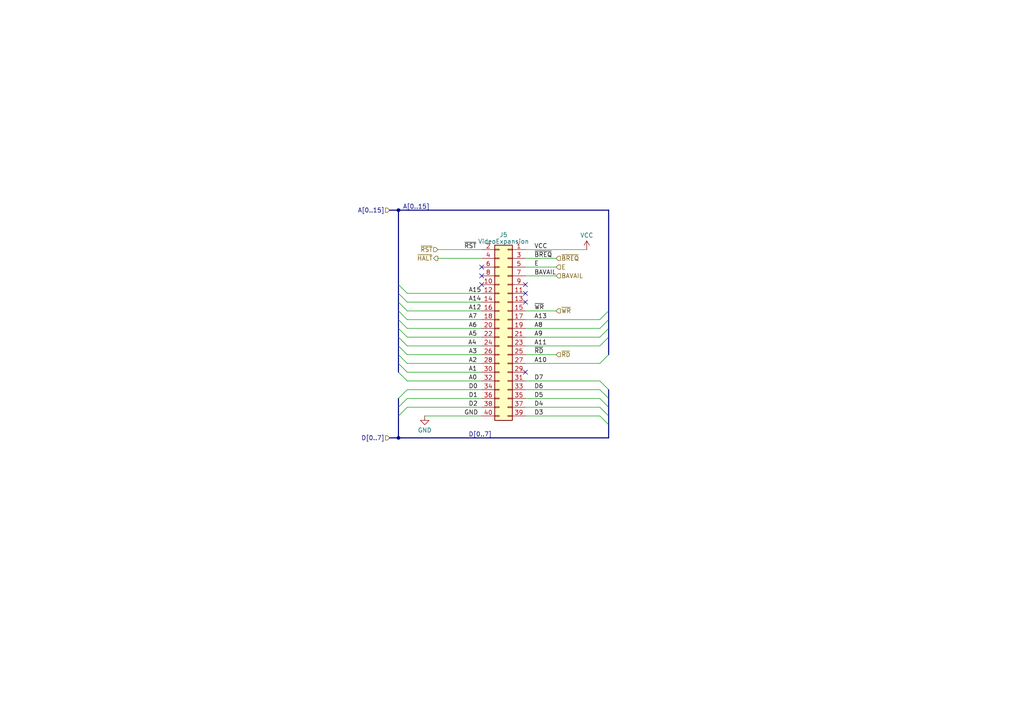
<source format=kicad_sch>
(kicad_sch
	(version 20231120)
	(generator "eeschema")
	(generator_version "8.0")
	(uuid "2aeb2137-c462-442f-a7cb-d17ec5c93516")
	(paper "A4")
	(lib_symbols
		(symbol "Connector_Generic:Conn_02x20_Odd_Even"
			(pin_names
				(offset 1.016) hide)
			(exclude_from_sim no)
			(in_bom yes)
			(on_board yes)
			(property "Reference" "J"
				(at 1.27 25.4 0)
				(effects
					(font
						(size 1.27 1.27)
					)
				)
			)
			(property "Value" "Conn_02x20_Odd_Even"
				(at 1.27 -27.94 0)
				(effects
					(font
						(size 1.27 1.27)
					)
				)
			)
			(property "Footprint" ""
				(at 0 0 0)
				(effects
					(font
						(size 1.27 1.27)
					)
					(hide yes)
				)
			)
			(property "Datasheet" "~"
				(at 0 0 0)
				(effects
					(font
						(size 1.27 1.27)
					)
					(hide yes)
				)
			)
			(property "Description" "Generic connector, double row, 02x20, odd/even pin numbering scheme (row 1 odd numbers, row 2 even numbers), script generated (kicad-library-utils/schlib/autogen/connector/)"
				(at 0 0 0)
				(effects
					(font
						(size 1.27 1.27)
					)
					(hide yes)
				)
			)
			(property "ki_keywords" "connector"
				(at 0 0 0)
				(effects
					(font
						(size 1.27 1.27)
					)
					(hide yes)
				)
			)
			(property "ki_fp_filters" "Connector*:*_2x??_*"
				(at 0 0 0)
				(effects
					(font
						(size 1.27 1.27)
					)
					(hide yes)
				)
			)
			(symbol "Conn_02x20_Odd_Even_1_1"
				(rectangle
					(start -1.27 -25.273)
					(end 0 -25.527)
					(stroke
						(width 0.1524)
						(type default)
					)
					(fill
						(type none)
					)
				)
				(rectangle
					(start -1.27 -22.733)
					(end 0 -22.987)
					(stroke
						(width 0.1524)
						(type default)
					)
					(fill
						(type none)
					)
				)
				(rectangle
					(start -1.27 -20.193)
					(end 0 -20.447)
					(stroke
						(width 0.1524)
						(type default)
					)
					(fill
						(type none)
					)
				)
				(rectangle
					(start -1.27 -17.653)
					(end 0 -17.907)
					(stroke
						(width 0.1524)
						(type default)
					)
					(fill
						(type none)
					)
				)
				(rectangle
					(start -1.27 -15.113)
					(end 0 -15.367)
					(stroke
						(width 0.1524)
						(type default)
					)
					(fill
						(type none)
					)
				)
				(rectangle
					(start -1.27 -12.573)
					(end 0 -12.827)
					(stroke
						(width 0.1524)
						(type default)
					)
					(fill
						(type none)
					)
				)
				(rectangle
					(start -1.27 -10.033)
					(end 0 -10.287)
					(stroke
						(width 0.1524)
						(type default)
					)
					(fill
						(type none)
					)
				)
				(rectangle
					(start -1.27 -7.493)
					(end 0 -7.747)
					(stroke
						(width 0.1524)
						(type default)
					)
					(fill
						(type none)
					)
				)
				(rectangle
					(start -1.27 -4.953)
					(end 0 -5.207)
					(stroke
						(width 0.1524)
						(type default)
					)
					(fill
						(type none)
					)
				)
				(rectangle
					(start -1.27 -2.413)
					(end 0 -2.667)
					(stroke
						(width 0.1524)
						(type default)
					)
					(fill
						(type none)
					)
				)
				(rectangle
					(start -1.27 0.127)
					(end 0 -0.127)
					(stroke
						(width 0.1524)
						(type default)
					)
					(fill
						(type none)
					)
				)
				(rectangle
					(start -1.27 2.667)
					(end 0 2.413)
					(stroke
						(width 0.1524)
						(type default)
					)
					(fill
						(type none)
					)
				)
				(rectangle
					(start -1.27 5.207)
					(end 0 4.953)
					(stroke
						(width 0.1524)
						(type default)
					)
					(fill
						(type none)
					)
				)
				(rectangle
					(start -1.27 7.747)
					(end 0 7.493)
					(stroke
						(width 0.1524)
						(type default)
					)
					(fill
						(type none)
					)
				)
				(rectangle
					(start -1.27 10.287)
					(end 0 10.033)
					(stroke
						(width 0.1524)
						(type default)
					)
					(fill
						(type none)
					)
				)
				(rectangle
					(start -1.27 12.827)
					(end 0 12.573)
					(stroke
						(width 0.1524)
						(type default)
					)
					(fill
						(type none)
					)
				)
				(rectangle
					(start -1.27 15.367)
					(end 0 15.113)
					(stroke
						(width 0.1524)
						(type default)
					)
					(fill
						(type none)
					)
				)
				(rectangle
					(start -1.27 17.907)
					(end 0 17.653)
					(stroke
						(width 0.1524)
						(type default)
					)
					(fill
						(type none)
					)
				)
				(rectangle
					(start -1.27 20.447)
					(end 0 20.193)
					(stroke
						(width 0.1524)
						(type default)
					)
					(fill
						(type none)
					)
				)
				(rectangle
					(start -1.27 22.987)
					(end 0 22.733)
					(stroke
						(width 0.1524)
						(type default)
					)
					(fill
						(type none)
					)
				)
				(rectangle
					(start -1.27 24.13)
					(end 3.81 -26.67)
					(stroke
						(width 0.254)
						(type default)
					)
					(fill
						(type background)
					)
				)
				(rectangle
					(start 3.81 -25.273)
					(end 2.54 -25.527)
					(stroke
						(width 0.1524)
						(type default)
					)
					(fill
						(type none)
					)
				)
				(rectangle
					(start 3.81 -22.733)
					(end 2.54 -22.987)
					(stroke
						(width 0.1524)
						(type default)
					)
					(fill
						(type none)
					)
				)
				(rectangle
					(start 3.81 -20.193)
					(end 2.54 -20.447)
					(stroke
						(width 0.1524)
						(type default)
					)
					(fill
						(type none)
					)
				)
				(rectangle
					(start 3.81 -17.653)
					(end 2.54 -17.907)
					(stroke
						(width 0.1524)
						(type default)
					)
					(fill
						(type none)
					)
				)
				(rectangle
					(start 3.81 -15.113)
					(end 2.54 -15.367)
					(stroke
						(width 0.1524)
						(type default)
					)
					(fill
						(type none)
					)
				)
				(rectangle
					(start 3.81 -12.573)
					(end 2.54 -12.827)
					(stroke
						(width 0.1524)
						(type default)
					)
					(fill
						(type none)
					)
				)
				(rectangle
					(start 3.81 -10.033)
					(end 2.54 -10.287)
					(stroke
						(width 0.1524)
						(type default)
					)
					(fill
						(type none)
					)
				)
				(rectangle
					(start 3.81 -7.493)
					(end 2.54 -7.747)
					(stroke
						(width 0.1524)
						(type default)
					)
					(fill
						(type none)
					)
				)
				(rectangle
					(start 3.81 -4.953)
					(end 2.54 -5.207)
					(stroke
						(width 0.1524)
						(type default)
					)
					(fill
						(type none)
					)
				)
				(rectangle
					(start 3.81 -2.413)
					(end 2.54 -2.667)
					(stroke
						(width 0.1524)
						(type default)
					)
					(fill
						(type none)
					)
				)
				(rectangle
					(start 3.81 0.127)
					(end 2.54 -0.127)
					(stroke
						(width 0.1524)
						(type default)
					)
					(fill
						(type none)
					)
				)
				(rectangle
					(start 3.81 2.667)
					(end 2.54 2.413)
					(stroke
						(width 0.1524)
						(type default)
					)
					(fill
						(type none)
					)
				)
				(rectangle
					(start 3.81 5.207)
					(end 2.54 4.953)
					(stroke
						(width 0.1524)
						(type default)
					)
					(fill
						(type none)
					)
				)
				(rectangle
					(start 3.81 7.747)
					(end 2.54 7.493)
					(stroke
						(width 0.1524)
						(type default)
					)
					(fill
						(type none)
					)
				)
				(rectangle
					(start 3.81 10.287)
					(end 2.54 10.033)
					(stroke
						(width 0.1524)
						(type default)
					)
					(fill
						(type none)
					)
				)
				(rectangle
					(start 3.81 12.827)
					(end 2.54 12.573)
					(stroke
						(width 0.1524)
						(type default)
					)
					(fill
						(type none)
					)
				)
				(rectangle
					(start 3.81 15.367)
					(end 2.54 15.113)
					(stroke
						(width 0.1524)
						(type default)
					)
					(fill
						(type none)
					)
				)
				(rectangle
					(start 3.81 17.907)
					(end 2.54 17.653)
					(stroke
						(width 0.1524)
						(type default)
					)
					(fill
						(type none)
					)
				)
				(rectangle
					(start 3.81 20.447)
					(end 2.54 20.193)
					(stroke
						(width 0.1524)
						(type default)
					)
					(fill
						(type none)
					)
				)
				(rectangle
					(start 3.81 22.987)
					(end 2.54 22.733)
					(stroke
						(width 0.1524)
						(type default)
					)
					(fill
						(type none)
					)
				)
				(pin passive line
					(at -5.08 22.86 0)
					(length 3.81)
					(name "Pin_1"
						(effects
							(font
								(size 1.27 1.27)
							)
						)
					)
					(number "1"
						(effects
							(font
								(size 1.27 1.27)
							)
						)
					)
				)
				(pin passive line
					(at 7.62 12.7 180)
					(length 3.81)
					(name "Pin_10"
						(effects
							(font
								(size 1.27 1.27)
							)
						)
					)
					(number "10"
						(effects
							(font
								(size 1.27 1.27)
							)
						)
					)
				)
				(pin passive line
					(at -5.08 10.16 0)
					(length 3.81)
					(name "Pin_11"
						(effects
							(font
								(size 1.27 1.27)
							)
						)
					)
					(number "11"
						(effects
							(font
								(size 1.27 1.27)
							)
						)
					)
				)
				(pin passive line
					(at 7.62 10.16 180)
					(length 3.81)
					(name "Pin_12"
						(effects
							(font
								(size 1.27 1.27)
							)
						)
					)
					(number "12"
						(effects
							(font
								(size 1.27 1.27)
							)
						)
					)
				)
				(pin passive line
					(at -5.08 7.62 0)
					(length 3.81)
					(name "Pin_13"
						(effects
							(font
								(size 1.27 1.27)
							)
						)
					)
					(number "13"
						(effects
							(font
								(size 1.27 1.27)
							)
						)
					)
				)
				(pin passive line
					(at 7.62 7.62 180)
					(length 3.81)
					(name "Pin_14"
						(effects
							(font
								(size 1.27 1.27)
							)
						)
					)
					(number "14"
						(effects
							(font
								(size 1.27 1.27)
							)
						)
					)
				)
				(pin passive line
					(at -5.08 5.08 0)
					(length 3.81)
					(name "Pin_15"
						(effects
							(font
								(size 1.27 1.27)
							)
						)
					)
					(number "15"
						(effects
							(font
								(size 1.27 1.27)
							)
						)
					)
				)
				(pin passive line
					(at 7.62 5.08 180)
					(length 3.81)
					(name "Pin_16"
						(effects
							(font
								(size 1.27 1.27)
							)
						)
					)
					(number "16"
						(effects
							(font
								(size 1.27 1.27)
							)
						)
					)
				)
				(pin passive line
					(at -5.08 2.54 0)
					(length 3.81)
					(name "Pin_17"
						(effects
							(font
								(size 1.27 1.27)
							)
						)
					)
					(number "17"
						(effects
							(font
								(size 1.27 1.27)
							)
						)
					)
				)
				(pin passive line
					(at 7.62 2.54 180)
					(length 3.81)
					(name "Pin_18"
						(effects
							(font
								(size 1.27 1.27)
							)
						)
					)
					(number "18"
						(effects
							(font
								(size 1.27 1.27)
							)
						)
					)
				)
				(pin passive line
					(at -5.08 0 0)
					(length 3.81)
					(name "Pin_19"
						(effects
							(font
								(size 1.27 1.27)
							)
						)
					)
					(number "19"
						(effects
							(font
								(size 1.27 1.27)
							)
						)
					)
				)
				(pin passive line
					(at 7.62 22.86 180)
					(length 3.81)
					(name "Pin_2"
						(effects
							(font
								(size 1.27 1.27)
							)
						)
					)
					(number "2"
						(effects
							(font
								(size 1.27 1.27)
							)
						)
					)
				)
				(pin passive line
					(at 7.62 0 180)
					(length 3.81)
					(name "Pin_20"
						(effects
							(font
								(size 1.27 1.27)
							)
						)
					)
					(number "20"
						(effects
							(font
								(size 1.27 1.27)
							)
						)
					)
				)
				(pin passive line
					(at -5.08 -2.54 0)
					(length 3.81)
					(name "Pin_21"
						(effects
							(font
								(size 1.27 1.27)
							)
						)
					)
					(number "21"
						(effects
							(font
								(size 1.27 1.27)
							)
						)
					)
				)
				(pin passive line
					(at 7.62 -2.54 180)
					(length 3.81)
					(name "Pin_22"
						(effects
							(font
								(size 1.27 1.27)
							)
						)
					)
					(number "22"
						(effects
							(font
								(size 1.27 1.27)
							)
						)
					)
				)
				(pin passive line
					(at -5.08 -5.08 0)
					(length 3.81)
					(name "Pin_23"
						(effects
							(font
								(size 1.27 1.27)
							)
						)
					)
					(number "23"
						(effects
							(font
								(size 1.27 1.27)
							)
						)
					)
				)
				(pin passive line
					(at 7.62 -5.08 180)
					(length 3.81)
					(name "Pin_24"
						(effects
							(font
								(size 1.27 1.27)
							)
						)
					)
					(number "24"
						(effects
							(font
								(size 1.27 1.27)
							)
						)
					)
				)
				(pin passive line
					(at -5.08 -7.62 0)
					(length 3.81)
					(name "Pin_25"
						(effects
							(font
								(size 1.27 1.27)
							)
						)
					)
					(number "25"
						(effects
							(font
								(size 1.27 1.27)
							)
						)
					)
				)
				(pin passive line
					(at 7.62 -7.62 180)
					(length 3.81)
					(name "Pin_26"
						(effects
							(font
								(size 1.27 1.27)
							)
						)
					)
					(number "26"
						(effects
							(font
								(size 1.27 1.27)
							)
						)
					)
				)
				(pin passive line
					(at -5.08 -10.16 0)
					(length 3.81)
					(name "Pin_27"
						(effects
							(font
								(size 1.27 1.27)
							)
						)
					)
					(number "27"
						(effects
							(font
								(size 1.27 1.27)
							)
						)
					)
				)
				(pin passive line
					(at 7.62 -10.16 180)
					(length 3.81)
					(name "Pin_28"
						(effects
							(font
								(size 1.27 1.27)
							)
						)
					)
					(number "28"
						(effects
							(font
								(size 1.27 1.27)
							)
						)
					)
				)
				(pin passive line
					(at -5.08 -12.7 0)
					(length 3.81)
					(name "Pin_29"
						(effects
							(font
								(size 1.27 1.27)
							)
						)
					)
					(number "29"
						(effects
							(font
								(size 1.27 1.27)
							)
						)
					)
				)
				(pin passive line
					(at -5.08 20.32 0)
					(length 3.81)
					(name "Pin_3"
						(effects
							(font
								(size 1.27 1.27)
							)
						)
					)
					(number "3"
						(effects
							(font
								(size 1.27 1.27)
							)
						)
					)
				)
				(pin passive line
					(at 7.62 -12.7 180)
					(length 3.81)
					(name "Pin_30"
						(effects
							(font
								(size 1.27 1.27)
							)
						)
					)
					(number "30"
						(effects
							(font
								(size 1.27 1.27)
							)
						)
					)
				)
				(pin passive line
					(at -5.08 -15.24 0)
					(length 3.81)
					(name "Pin_31"
						(effects
							(font
								(size 1.27 1.27)
							)
						)
					)
					(number "31"
						(effects
							(font
								(size 1.27 1.27)
							)
						)
					)
				)
				(pin passive line
					(at 7.62 -15.24 180)
					(length 3.81)
					(name "Pin_32"
						(effects
							(font
								(size 1.27 1.27)
							)
						)
					)
					(number "32"
						(effects
							(font
								(size 1.27 1.27)
							)
						)
					)
				)
				(pin passive line
					(at -5.08 -17.78 0)
					(length 3.81)
					(name "Pin_33"
						(effects
							(font
								(size 1.27 1.27)
							)
						)
					)
					(number "33"
						(effects
							(font
								(size 1.27 1.27)
							)
						)
					)
				)
				(pin passive line
					(at 7.62 -17.78 180)
					(length 3.81)
					(name "Pin_34"
						(effects
							(font
								(size 1.27 1.27)
							)
						)
					)
					(number "34"
						(effects
							(font
								(size 1.27 1.27)
							)
						)
					)
				)
				(pin passive line
					(at -5.08 -20.32 0)
					(length 3.81)
					(name "Pin_35"
						(effects
							(font
								(size 1.27 1.27)
							)
						)
					)
					(number "35"
						(effects
							(font
								(size 1.27 1.27)
							)
						)
					)
				)
				(pin passive line
					(at 7.62 -20.32 180)
					(length 3.81)
					(name "Pin_36"
						(effects
							(font
								(size 1.27 1.27)
							)
						)
					)
					(number "36"
						(effects
							(font
								(size 1.27 1.27)
							)
						)
					)
				)
				(pin passive line
					(at -5.08 -22.86 0)
					(length 3.81)
					(name "Pin_37"
						(effects
							(font
								(size 1.27 1.27)
							)
						)
					)
					(number "37"
						(effects
							(font
								(size 1.27 1.27)
							)
						)
					)
				)
				(pin passive line
					(at 7.62 -22.86 180)
					(length 3.81)
					(name "Pin_38"
						(effects
							(font
								(size 1.27 1.27)
							)
						)
					)
					(number "38"
						(effects
							(font
								(size 1.27 1.27)
							)
						)
					)
				)
				(pin passive line
					(at -5.08 -25.4 0)
					(length 3.81)
					(name "Pin_39"
						(effects
							(font
								(size 1.27 1.27)
							)
						)
					)
					(number "39"
						(effects
							(font
								(size 1.27 1.27)
							)
						)
					)
				)
				(pin passive line
					(at 7.62 20.32 180)
					(length 3.81)
					(name "Pin_4"
						(effects
							(font
								(size 1.27 1.27)
							)
						)
					)
					(number "4"
						(effects
							(font
								(size 1.27 1.27)
							)
						)
					)
				)
				(pin passive line
					(at 7.62 -25.4 180)
					(length 3.81)
					(name "Pin_40"
						(effects
							(font
								(size 1.27 1.27)
							)
						)
					)
					(number "40"
						(effects
							(font
								(size 1.27 1.27)
							)
						)
					)
				)
				(pin passive line
					(at -5.08 17.78 0)
					(length 3.81)
					(name "Pin_5"
						(effects
							(font
								(size 1.27 1.27)
							)
						)
					)
					(number "5"
						(effects
							(font
								(size 1.27 1.27)
							)
						)
					)
				)
				(pin passive line
					(at 7.62 17.78 180)
					(length 3.81)
					(name "Pin_6"
						(effects
							(font
								(size 1.27 1.27)
							)
						)
					)
					(number "6"
						(effects
							(font
								(size 1.27 1.27)
							)
						)
					)
				)
				(pin passive line
					(at -5.08 15.24 0)
					(length 3.81)
					(name "Pin_7"
						(effects
							(font
								(size 1.27 1.27)
							)
						)
					)
					(number "7"
						(effects
							(font
								(size 1.27 1.27)
							)
						)
					)
				)
				(pin passive line
					(at 7.62 15.24 180)
					(length 3.81)
					(name "Pin_8"
						(effects
							(font
								(size 1.27 1.27)
							)
						)
					)
					(number "8"
						(effects
							(font
								(size 1.27 1.27)
							)
						)
					)
				)
				(pin passive line
					(at -5.08 12.7 0)
					(length 3.81)
					(name "Pin_9"
						(effects
							(font
								(size 1.27 1.27)
							)
						)
					)
					(number "9"
						(effects
							(font
								(size 1.27 1.27)
							)
						)
					)
				)
			)
		)
		(symbol "power:GND"
			(power)
			(pin_numbers hide)
			(pin_names
				(offset 0) hide)
			(exclude_from_sim no)
			(in_bom yes)
			(on_board yes)
			(property "Reference" "#PWR"
				(at 0 -6.35 0)
				(effects
					(font
						(size 1.27 1.27)
					)
					(hide yes)
				)
			)
			(property "Value" "GND"
				(at 0 -3.81 0)
				(effects
					(font
						(size 1.27 1.27)
					)
				)
			)
			(property "Footprint" ""
				(at 0 0 0)
				(effects
					(font
						(size 1.27 1.27)
					)
					(hide yes)
				)
			)
			(property "Datasheet" ""
				(at 0 0 0)
				(effects
					(font
						(size 1.27 1.27)
					)
					(hide yes)
				)
			)
			(property "Description" "Power symbol creates a global label with name \"GND\" , ground"
				(at 0 0 0)
				(effects
					(font
						(size 1.27 1.27)
					)
					(hide yes)
				)
			)
			(property "ki_keywords" "global power"
				(at 0 0 0)
				(effects
					(font
						(size 1.27 1.27)
					)
					(hide yes)
				)
			)
			(symbol "GND_0_1"
				(polyline
					(pts
						(xy 0 0) (xy 0 -1.27) (xy 1.27 -1.27) (xy 0 -2.54) (xy -1.27 -1.27) (xy 0 -1.27)
					)
					(stroke
						(width 0)
						(type default)
					)
					(fill
						(type none)
					)
				)
			)
			(symbol "GND_1_1"
				(pin power_in line
					(at 0 0 270)
					(length 0)
					(name "~"
						(effects
							(font
								(size 1.27 1.27)
							)
						)
					)
					(number "1"
						(effects
							(font
								(size 1.27 1.27)
							)
						)
					)
				)
			)
		)
		(symbol "power:VCC"
			(power)
			(pin_numbers hide)
			(pin_names
				(offset 0) hide)
			(exclude_from_sim no)
			(in_bom yes)
			(on_board yes)
			(property "Reference" "#PWR"
				(at 0 -3.81 0)
				(effects
					(font
						(size 1.27 1.27)
					)
					(hide yes)
				)
			)
			(property "Value" "VCC"
				(at 0 3.556 0)
				(effects
					(font
						(size 1.27 1.27)
					)
				)
			)
			(property "Footprint" ""
				(at 0 0 0)
				(effects
					(font
						(size 1.27 1.27)
					)
					(hide yes)
				)
			)
			(property "Datasheet" ""
				(at 0 0 0)
				(effects
					(font
						(size 1.27 1.27)
					)
					(hide yes)
				)
			)
			(property "Description" "Power symbol creates a global label with name \"VCC\""
				(at 0 0 0)
				(effects
					(font
						(size 1.27 1.27)
					)
					(hide yes)
				)
			)
			(property "ki_keywords" "global power"
				(at 0 0 0)
				(effects
					(font
						(size 1.27 1.27)
					)
					(hide yes)
				)
			)
			(symbol "VCC_0_1"
				(polyline
					(pts
						(xy -0.762 1.27) (xy 0 2.54)
					)
					(stroke
						(width 0)
						(type default)
					)
					(fill
						(type none)
					)
				)
				(polyline
					(pts
						(xy 0 0) (xy 0 2.54)
					)
					(stroke
						(width 0)
						(type default)
					)
					(fill
						(type none)
					)
				)
				(polyline
					(pts
						(xy 0 2.54) (xy 0.762 1.27)
					)
					(stroke
						(width 0)
						(type default)
					)
					(fill
						(type none)
					)
				)
			)
			(symbol "VCC_1_1"
				(pin power_in line
					(at 0 0 90)
					(length 0)
					(name "~"
						(effects
							(font
								(size 1.27 1.27)
							)
						)
					)
					(number "1"
						(effects
							(font
								(size 1.27 1.27)
							)
						)
					)
				)
			)
		)
	)
	(junction
		(at 115.57 127)
		(diameter 0)
		(color 0 0 0 0)
		(uuid "1e233034-04c8-4928-b762-fc0d986c9681")
	)
	(junction
		(at 115.57 60.96)
		(diameter 0)
		(color 0 0 0 0)
		(uuid "3282c47e-fda4-4af5-8848-5053a5ff7f96")
	)
	(no_connect
		(at 139.7 82.55)
		(uuid "148826d0-68d8-479a-b02c-cc65441c6a0b")
	)
	(no_connect
		(at 152.4 87.63)
		(uuid "6f535547-f464-4784-bf44-0f1af9974647")
	)
	(no_connect
		(at 152.4 85.09)
		(uuid "90047b85-c457-4753-a3ea-7b9fc115f72b")
	)
	(no_connect
		(at 152.4 82.55)
		(uuid "a9e5b5bf-dd63-4476-89ce-067bf6e6bbb4")
	)
	(no_connect
		(at 139.7 77.47)
		(uuid "dad34b00-d8aa-45ba-8ab0-d0bc68fb2f93")
	)
	(no_connect
		(at 139.7 80.01)
		(uuid "e82033f5-e10a-4aa5-a93d-3a211df6490c")
	)
	(no_connect
		(at 152.4 107.95)
		(uuid "ec2bdd85-3be3-4b33-a2f6-7b5b094c0329")
	)
	(bus_entry
		(at 118.11 105.41)
		(size -2.54 -2.54)
		(stroke
			(width 0)
			(type default)
		)
		(uuid "0a7eff41-1e81-4eb0-afe3-9602971fe85f")
	)
	(bus_entry
		(at 115.57 115.57)
		(size 2.54 -2.54)
		(stroke
			(width 0)
			(type default)
		)
		(uuid "0e4c038b-5374-43dd-abc1-1104ac25af83")
	)
	(bus_entry
		(at 118.11 97.79)
		(size -2.54 -2.54)
		(stroke
			(width 0)
			(type default)
		)
		(uuid "14d9d4a4-b66e-4f9f-af5c-ef5a5e8eb879")
	)
	(bus_entry
		(at 115.57 82.55)
		(size 2.54 2.54)
		(stroke
			(width 0)
			(type default)
		)
		(uuid "15ccb0fb-0b82-4002-8e69-e405daffe1bb")
	)
	(bus_entry
		(at 173.99 113.03)
		(size 2.54 2.54)
		(stroke
			(width 0)
			(type default)
		)
		(uuid "234b57eb-a252-4fe8-8402-bdeea884a0db")
	)
	(bus_entry
		(at 173.99 120.65)
		(size 2.54 2.54)
		(stroke
			(width 0)
			(type default)
		)
		(uuid "2443a3ba-7440-4dd2-8d9f-61cdbc112cc1")
	)
	(bus_entry
		(at 173.99 100.33)
		(size 2.54 -2.54)
		(stroke
			(width 0)
			(type default)
		)
		(uuid "2a9c7c92-26db-493c-9787-3b7094af2d85")
	)
	(bus_entry
		(at 173.99 110.49)
		(size 2.54 2.54)
		(stroke
			(width 0)
			(type default)
		)
		(uuid "370f1b2f-3229-42ca-9441-a5a4ed808e35")
	)
	(bus_entry
		(at 173.99 118.11)
		(size 2.54 2.54)
		(stroke
			(width 0)
			(type default)
		)
		(uuid "45d3f1cc-0e0d-40c3-8499-1132a564dd53")
	)
	(bus_entry
		(at 115.57 85.09)
		(size 2.54 2.54)
		(stroke
			(width 0)
			(type default)
		)
		(uuid "4c6b9c95-916c-4123-bd1b-019578ae9724")
	)
	(bus_entry
		(at 118.11 90.17)
		(size -2.54 -2.54)
		(stroke
			(width 0)
			(type default)
		)
		(uuid "58b792ae-ac63-466f-8c48-91d00c0eeed9")
	)
	(bus_entry
		(at 173.99 95.25)
		(size 2.54 -2.54)
		(stroke
			(width 0)
			(type default)
		)
		(uuid "5ba72869-675f-4d79-8fc3-c47d4cd4c214")
	)
	(bus_entry
		(at 118.11 107.95)
		(size -2.54 -2.54)
		(stroke
			(width 0)
			(type default)
		)
		(uuid "615a8ba3-6234-4ca4-aba4-44c274fb1578")
	)
	(bus_entry
		(at 173.99 97.79)
		(size 2.54 -2.54)
		(stroke
			(width 0)
			(type default)
		)
		(uuid "6571727e-f93c-49b2-a968-547a83427ff7")
	)
	(bus_entry
		(at 115.57 118.11)
		(size 2.54 -2.54)
		(stroke
			(width 0)
			(type default)
		)
		(uuid "6e0ad453-df74-4017-8cc7-9b62680bea0e")
	)
	(bus_entry
		(at 118.11 95.25)
		(size -2.54 -2.54)
		(stroke
			(width 0)
			(type default)
		)
		(uuid "703f02f0-657f-4724-8bbe-3090bcfa2736")
	)
	(bus_entry
		(at 115.57 120.65)
		(size 2.54 -2.54)
		(stroke
			(width 0)
			(type default)
		)
		(uuid "81da4d94-6174-4b36-844e-ac93456cf5ee")
	)
	(bus_entry
		(at 118.11 102.87)
		(size -2.54 -2.54)
		(stroke
			(width 0)
			(type default)
		)
		(uuid "8b7fefa5-ed0e-4732-bb21-392c528269ca")
	)
	(bus_entry
		(at 118.11 100.33)
		(size -2.54 -2.54)
		(stroke
			(width 0)
			(type default)
		)
		(uuid "8e27212f-3620-4cad-bda4-56305e197f60")
	)
	(bus_entry
		(at 173.99 105.41)
		(size 2.54 -2.54)
		(stroke
			(width 0)
			(type default)
		)
		(uuid "c90a7f99-fe78-4808-a46d-c2edfb9708ff")
	)
	(bus_entry
		(at 173.99 92.71)
		(size 2.54 -2.54)
		(stroke
			(width 0)
			(type default)
		)
		(uuid "d38c6ca3-008d-438b-9950-3f75bc545b4a")
	)
	(bus_entry
		(at 118.11 92.71)
		(size -2.54 -2.54)
		(stroke
			(width 0)
			(type default)
		)
		(uuid "d5c2575a-a128-4847-9b47-b28078663062")
	)
	(bus_entry
		(at 118.11 110.49)
		(size -2.54 -2.54)
		(stroke
			(width 0)
			(type default)
		)
		(uuid "d856c658-8db4-4a5f-b6c6-a62d788e9c68")
	)
	(bus_entry
		(at 173.99 115.57)
		(size 2.54 2.54)
		(stroke
			(width 0)
			(type default)
		)
		(uuid "e9d0f83c-61f3-402f-be7d-21b09d263aa2")
	)
	(bus
		(pts
			(xy 176.53 115.57) (xy 176.53 118.11)
		)
		(stroke
			(width 0)
			(type default)
		)
		(uuid "007568ef-2a0e-4890-a6fc-b78103b715c0")
	)
	(bus
		(pts
			(xy 115.57 97.79) (xy 115.57 95.25)
		)
		(stroke
			(width 0)
			(type default)
		)
		(uuid "07ef66d6-bec6-438b-a614-d688e706c476")
	)
	(bus
		(pts
			(xy 176.53 120.65) (xy 176.53 123.19)
		)
		(stroke
			(width 0)
			(type default)
		)
		(uuid "08c3ea3c-58b4-4042-ac44-7d18a119a092")
	)
	(bus
		(pts
			(xy 115.57 107.95) (xy 115.57 105.41)
		)
		(stroke
			(width 0)
			(type default)
		)
		(uuid "0c81f161-610a-4b1b-a562-03b5b2e0837d")
	)
	(wire
		(pts
			(xy 118.11 110.49) (xy 139.7 110.49)
		)
		(stroke
			(width 0)
			(type default)
		)
		(uuid "0e20a890-c28b-4c3b-8830-e1f36b83868f")
	)
	(bus
		(pts
			(xy 176.53 97.79) (xy 176.53 102.87)
		)
		(stroke
			(width 0)
			(type default)
		)
		(uuid "0ea44e5e-b520-4a2c-a579-b1e78a45c481")
	)
	(wire
		(pts
			(xy 152.4 102.87) (xy 161.29 102.87)
		)
		(stroke
			(width 0)
			(type default)
		)
		(uuid "0fe45b73-3314-49ae-a754-05244c3efade")
	)
	(wire
		(pts
			(xy 118.11 105.41) (xy 139.7 105.41)
		)
		(stroke
			(width 0)
			(type default)
		)
		(uuid "15399516-16e5-4f56-8fca-4ab2a9a09854")
	)
	(bus
		(pts
			(xy 176.53 95.25) (xy 176.53 97.79)
		)
		(stroke
			(width 0)
			(type default)
		)
		(uuid "18e7554c-4250-44cf-8534-dc7768b4eefc")
	)
	(wire
		(pts
			(xy 118.11 87.63) (xy 139.7 87.63)
		)
		(stroke
			(width 0)
			(type default)
		)
		(uuid "19a64301-7806-46cd-94f2-6ed7d7f74bec")
	)
	(wire
		(pts
			(xy 152.4 115.57) (xy 173.99 115.57)
		)
		(stroke
			(width 0)
			(type default)
		)
		(uuid "1c79a6d8-d7de-4b98-a27c-da26d8116bb2")
	)
	(bus
		(pts
			(xy 176.53 92.71) (xy 176.53 95.25)
		)
		(stroke
			(width 0)
			(type default)
		)
		(uuid "1e3d45bd-8463-48b3-816b-b5b7aefed1c1")
	)
	(wire
		(pts
			(xy 118.11 95.25) (xy 139.7 95.25)
		)
		(stroke
			(width 0)
			(type default)
		)
		(uuid "28264a52-083c-46ef-85dc-ca71a5952828")
	)
	(bus
		(pts
			(xy 115.57 90.17) (xy 115.57 87.63)
		)
		(stroke
			(width 0)
			(type default)
		)
		(uuid "2860fea4-4253-4be7-978d-44c773a276c7")
	)
	(bus
		(pts
			(xy 176.53 90.17) (xy 176.53 92.71)
		)
		(stroke
			(width 0)
			(type default)
		)
		(uuid "2a7e157a-4ff0-4ac2-99fa-cd168fb98673")
	)
	(wire
		(pts
			(xy 152.4 72.39) (xy 170.18 72.39)
		)
		(stroke
			(width 0)
			(type default)
		)
		(uuid "31831e14-5b56-4304-9d72-537fac9d2db8")
	)
	(wire
		(pts
			(xy 152.4 92.71) (xy 173.99 92.71)
		)
		(stroke
			(width 0)
			(type default)
		)
		(uuid "3330746e-67c8-4b79-80ed-a93339c0eb80")
	)
	(wire
		(pts
			(xy 152.4 95.25) (xy 173.99 95.25)
		)
		(stroke
			(width 0)
			(type default)
		)
		(uuid "35552c67-8d10-43e6-a88b-8abbf2cd79bb")
	)
	(wire
		(pts
			(xy 152.4 90.17) (xy 161.29 90.17)
		)
		(stroke
			(width 0)
			(type default)
		)
		(uuid "3770d109-0718-4885-aaa1-386d7defdc7a")
	)
	(wire
		(pts
			(xy 127 74.93) (xy 139.7 74.93)
		)
		(stroke
			(width 0)
			(type default)
		)
		(uuid "38ed2fce-075c-4799-8f84-36e20015b823")
	)
	(bus
		(pts
			(xy 115.57 82.55) (xy 115.57 85.09)
		)
		(stroke
			(width 0)
			(type default)
		)
		(uuid "3c13e2cf-efab-410a-b250-91c1e0272ff1")
	)
	(wire
		(pts
			(xy 152.4 100.33) (xy 173.99 100.33)
		)
		(stroke
			(width 0)
			(type default)
		)
		(uuid "3e1c1dd2-d851-4f8c-812f-db7fa9ad5be2")
	)
	(wire
		(pts
			(xy 152.4 110.49) (xy 173.99 110.49)
		)
		(stroke
			(width 0)
			(type default)
		)
		(uuid "42af6b26-4289-4411-96e0-a9942409138c")
	)
	(bus
		(pts
			(xy 115.57 127) (xy 113.03 127)
		)
		(stroke
			(width 0)
			(type default)
		)
		(uuid "45435bb5-cba5-43ef-a553-58c04bf53f1a")
	)
	(wire
		(pts
			(xy 118.11 118.11) (xy 139.7 118.11)
		)
		(stroke
			(width 0)
			(type default)
		)
		(uuid "49c0760d-6e14-4e87-9c54-181b653efa89")
	)
	(bus
		(pts
			(xy 176.53 118.11) (xy 176.53 120.65)
		)
		(stroke
			(width 0)
			(type default)
		)
		(uuid "4c007e1b-60cf-4cc8-a1ee-af48c1e7d8dd")
	)
	(bus
		(pts
			(xy 115.57 102.87) (xy 115.57 100.33)
		)
		(stroke
			(width 0)
			(type default)
		)
		(uuid "52ccc009-c2b2-4980-9010-6b67f9163993")
	)
	(wire
		(pts
			(xy 118.11 115.57) (xy 139.7 115.57)
		)
		(stroke
			(width 0)
			(type default)
		)
		(uuid "617293bd-cdec-43c0-9930-80b49e85f7d4")
	)
	(wire
		(pts
			(xy 118.11 100.33) (xy 139.7 100.33)
		)
		(stroke
			(width 0)
			(type default)
		)
		(uuid "683fb604-2140-44ae-9009-fb2fbe8ff443")
	)
	(bus
		(pts
			(xy 115.57 95.25) (xy 115.57 92.71)
		)
		(stroke
			(width 0)
			(type default)
		)
		(uuid "6c4b4c43-049d-4ff3-ad3b-d06248d60321")
	)
	(bus
		(pts
			(xy 115.57 118.11) (xy 115.57 120.65)
		)
		(stroke
			(width 0)
			(type default)
		)
		(uuid "6d4f8907-2d7a-4fff-944b-48abac691ea0")
	)
	(wire
		(pts
			(xy 118.11 107.95) (xy 139.7 107.95)
		)
		(stroke
			(width 0)
			(type default)
		)
		(uuid "700a800b-9fd8-4369-9641-197ecb0effb4")
	)
	(bus
		(pts
			(xy 115.57 60.96) (xy 176.53 60.96)
		)
		(stroke
			(width 0)
			(type default)
		)
		(uuid "71ec02bc-991a-4ed1-8394-d81c8c038b24")
	)
	(bus
		(pts
			(xy 115.57 115.57) (xy 115.57 118.11)
		)
		(stroke
			(width 0)
			(type default)
		)
		(uuid "72838189-0fe0-4cb4-8b59-dd8c0f956d7f")
	)
	(wire
		(pts
			(xy 152.4 74.93) (xy 161.29 74.93)
		)
		(stroke
			(width 0)
			(type default)
		)
		(uuid "72963a35-b07b-4baf-97cd-0d042c7325b6")
	)
	(wire
		(pts
			(xy 152.4 97.79) (xy 173.99 97.79)
		)
		(stroke
			(width 0)
			(type default)
		)
		(uuid "77d0ec54-f77e-4c37-8df9-dbec019dc150")
	)
	(wire
		(pts
			(xy 152.4 77.47) (xy 161.29 77.47)
		)
		(stroke
			(width 0)
			(type default)
		)
		(uuid "82032c34-6d73-4ebb-88b1-4d4482068542")
	)
	(wire
		(pts
			(xy 152.4 118.11) (xy 173.99 118.11)
		)
		(stroke
			(width 0)
			(type default)
		)
		(uuid "86ed536e-9b45-431c-9e24-59fa557773cc")
	)
	(bus
		(pts
			(xy 176.53 113.03) (xy 176.53 115.57)
		)
		(stroke
			(width 0)
			(type default)
		)
		(uuid "8d251548-6f35-4de0-9711-bd4bda3f2e45")
	)
	(wire
		(pts
			(xy 152.4 80.01) (xy 161.29 80.01)
		)
		(stroke
			(width 0)
			(type default)
		)
		(uuid "98227cc1-cc9d-4f57-8e54-00d2439cf46d")
	)
	(bus
		(pts
			(xy 113.03 60.96) (xy 115.57 60.96)
		)
		(stroke
			(width 0)
			(type default)
		)
		(uuid "9d687102-95a9-4da8-9312-8ac254eedb46")
	)
	(wire
		(pts
			(xy 152.4 120.65) (xy 173.99 120.65)
		)
		(stroke
			(width 0)
			(type default)
		)
		(uuid "a1cb45fb-03c0-43ec-b56d-30b60bf31ec1")
	)
	(bus
		(pts
			(xy 176.53 123.19) (xy 176.53 127)
		)
		(stroke
			(width 0)
			(type default)
		)
		(uuid "a396d523-1d37-4bca-8ea1-c9f1332ce00e")
	)
	(wire
		(pts
			(xy 118.11 97.79) (xy 139.7 97.79)
		)
		(stroke
			(width 0)
			(type default)
		)
		(uuid "a3a4ce21-b426-4841-85c7-d23343619896")
	)
	(wire
		(pts
			(xy 123.19 120.65) (xy 139.7 120.65)
		)
		(stroke
			(width 0)
			(type default)
		)
		(uuid "bad90646-10b7-45eb-81a2-b3b14e5b5c30")
	)
	(bus
		(pts
			(xy 115.57 92.71) (xy 115.57 90.17)
		)
		(stroke
			(width 0)
			(type default)
		)
		(uuid "bf125726-632a-48a2-b220-a49d4ccd67c7")
	)
	(wire
		(pts
			(xy 127 72.39) (xy 139.7 72.39)
		)
		(stroke
			(width 0)
			(type default)
		)
		(uuid "c3c2cd7e-cfff-422f-bdf8-076cda05f0fb")
	)
	(bus
		(pts
			(xy 115.57 120.65) (xy 115.57 127)
		)
		(stroke
			(width 0)
			(type default)
		)
		(uuid "c62b2802-70b2-4e64-b389-7bc423dc3c51")
	)
	(wire
		(pts
			(xy 118.11 85.09) (xy 139.7 85.09)
		)
		(stroke
			(width 0)
			(type default)
		)
		(uuid "c62fd67f-dc6d-42ac-9b21-1f8cc1367712")
	)
	(wire
		(pts
			(xy 152.4 113.03) (xy 173.99 113.03)
		)
		(stroke
			(width 0)
			(type default)
		)
		(uuid "c6c2b3e2-166d-4130-8349-2cb19f5a3f11")
	)
	(wire
		(pts
			(xy 118.11 113.03) (xy 139.7 113.03)
		)
		(stroke
			(width 0)
			(type default)
		)
		(uuid "cd004cd9-1f22-4a1f-a6fb-bfa1c9e1a7b2")
	)
	(bus
		(pts
			(xy 115.57 105.41) (xy 115.57 102.87)
		)
		(stroke
			(width 0)
			(type default)
		)
		(uuid "d159ee8b-4a4d-48d5-870b-082f17029334")
	)
	(wire
		(pts
			(xy 152.4 105.41) (xy 173.99 105.41)
		)
		(stroke
			(width 0)
			(type default)
		)
		(uuid "d19d5479-aae1-4a3a-a589-8c9d07dbbe42")
	)
	(bus
		(pts
			(xy 115.57 127) (xy 176.53 127)
		)
		(stroke
			(width 0)
			(type default)
		)
		(uuid "d31fca62-5e15-4b50-92da-068543d91f97")
	)
	(bus
		(pts
			(xy 176.53 60.96) (xy 176.53 90.17)
		)
		(stroke
			(width 0)
			(type default)
		)
		(uuid "d7e8d81a-adcf-4fc8-b281-f0927b59abef")
	)
	(wire
		(pts
			(xy 118.11 102.87) (xy 139.7 102.87)
		)
		(stroke
			(width 0)
			(type default)
		)
		(uuid "d849c1a6-0dfd-49ce-afb1-608ce8569c0d")
	)
	(bus
		(pts
			(xy 115.57 85.09) (xy 115.57 87.63)
		)
		(stroke
			(width 0)
			(type default)
		)
		(uuid "db3beb0f-85b8-410d-aa18-b3423f039fe8")
	)
	(bus
		(pts
			(xy 115.57 100.33) (xy 115.57 97.79)
		)
		(stroke
			(width 0)
			(type default)
		)
		(uuid "e514de04-3ab2-4a63-8eec-6effc0520a62")
	)
	(wire
		(pts
			(xy 118.11 90.17) (xy 139.7 90.17)
		)
		(stroke
			(width 0)
			(type default)
		)
		(uuid "ede156bf-d54e-4713-a26b-0b84bc7cffa2")
	)
	(bus
		(pts
			(xy 115.57 60.96) (xy 115.57 82.55)
		)
		(stroke
			(width 0)
			(type default)
		)
		(uuid "f1009a7a-2b03-4e20-a68a-aa578e45e0e5")
	)
	(wire
		(pts
			(xy 118.11 92.71) (xy 139.7 92.71)
		)
		(stroke
			(width 0)
			(type default)
		)
		(uuid "fb76c54d-3526-4f38-b8f1-9c3152bb29b7")
	)
	(label "A5"
		(at 135.89 97.79 0)
		(fields_autoplaced yes)
		(effects
			(font
				(size 1.27 1.27)
			)
			(justify left bottom)
		)
		(uuid "0158bc52-7956-4d14-a843-e10e4717017b")
	)
	(label "GND"
		(at 134.62 120.65 0)
		(fields_autoplaced yes)
		(effects
			(font
				(size 1.27 1.27)
			)
			(justify left bottom)
		)
		(uuid "031221b2-8d52-45b5-be59-dcef0002dd88")
	)
	(label "D1"
		(at 135.89 115.57 0)
		(fields_autoplaced yes)
		(effects
			(font
				(size 1.27 1.27)
			)
			(justify left bottom)
		)
		(uuid "070f9e8b-afbf-4759-b4ea-6f1c9bcc6a1f")
	)
	(label "A1"
		(at 135.89 107.95 0)
		(fields_autoplaced yes)
		(effects
			(font
				(size 1.27 1.27)
			)
			(justify left bottom)
		)
		(uuid "081c7bb0-5136-4b12-a372-7993be8d1a33")
	)
	(label "~{WR}"
		(at 154.94 90.17 0)
		(fields_autoplaced yes)
		(effects
			(font
				(size 1.27 1.27)
			)
			(justify left bottom)
		)
		(uuid "0b44278b-fcbb-49c1-be22-312e2da18b4c")
	)
	(label "D6"
		(at 154.94 113.03 0)
		(fields_autoplaced yes)
		(effects
			(font
				(size 1.27 1.27)
			)
			(justify left bottom)
		)
		(uuid "19d40a4e-f6c5-4678-820e-834a49dfa81c")
	)
	(label "A6"
		(at 135.89 95.25 0)
		(fields_autoplaced yes)
		(effects
			(font
				(size 1.27 1.27)
			)
			(justify left bottom)
		)
		(uuid "23fec1f0-6316-463b-a192-af77f0cd2c13")
	)
	(label "E"
		(at 154.94 77.47 0)
		(fields_autoplaced yes)
		(effects
			(font
				(size 1.27 1.27)
			)
			(justify left bottom)
		)
		(uuid "2c4285b8-7c1c-4988-b385-31d97697f0d1")
	)
	(label "A2"
		(at 135.89 105.41 0)
		(fields_autoplaced yes)
		(effects
			(font
				(size 1.27 1.27)
			)
			(justify left bottom)
		)
		(uuid "2e20a26d-52b0-4f51-958a-5edd65fc44e2")
	)
	(label "A12"
		(at 135.89 90.17 0)
		(fields_autoplaced yes)
		(effects
			(font
				(size 1.27 1.27)
			)
			(justify left bottom)
		)
		(uuid "3b98d4bc-e909-4114-a842-7f9008b4feac")
	)
	(label "~{RD}"
		(at 154.94 102.87 0)
		(fields_autoplaced yes)
		(effects
			(font
				(size 1.27 1.27)
			)
			(justify left bottom)
		)
		(uuid "5128d0b0-151d-4688-94b4-e9022b049258")
	)
	(label "A9"
		(at 154.94 97.79 0)
		(fields_autoplaced yes)
		(effects
			(font
				(size 1.27 1.27)
			)
			(justify left bottom)
		)
		(uuid "54744f80-9387-4345-a077-5226af17e373")
	)
	(label "BAVAIL"
		(at 154.94 80.01 0)
		(fields_autoplaced yes)
		(effects
			(font
				(size 1.27 1.27)
			)
			(justify left bottom)
		)
		(uuid "65b07bb5-98cf-42f1-bdbf-01a2c2da62d2")
	)
	(label "A4"
		(at 135.7462 100.33 0)
		(fields_autoplaced yes)
		(effects
			(font
				(size 1.27 1.27)
			)
			(justify left bottom)
		)
		(uuid "67288e2d-896a-40bd-8706-4e839bc92746")
	)
	(label "D0"
		(at 135.89 113.03 0)
		(fields_autoplaced yes)
		(effects
			(font
				(size 1.27 1.27)
			)
			(justify left bottom)
		)
		(uuid "73d8288f-28e7-4b84-8933-16d29b03f6d0")
	)
	(label "A10"
		(at 154.94 105.41 0)
		(fields_autoplaced yes)
		(effects
			(font
				(size 1.27 1.27)
			)
			(justify left bottom)
		)
		(uuid "73da1762-6008-45ca-9b1f-357e853b0c3e")
	)
	(label "D[0..7]"
		(at 135.89 127 0)
		(fields_autoplaced yes)
		(effects
			(font
				(size 1.27 1.27)
			)
			(justify left bottom)
		)
		(uuid "74982cb5-7d8f-4f22-9416-b49cb2619062")
	)
	(label "D4"
		(at 154.94 118.11 0)
		(fields_autoplaced yes)
		(effects
			(font
				(size 1.27 1.27)
			)
			(justify left bottom)
		)
		(uuid "76622d68-0e96-4aa5-b510-7b479bd12c28")
	)
	(label "VCC"
		(at 154.94 72.39 0)
		(fields_autoplaced yes)
		(effects
			(font
				(size 1.27 1.27)
			)
			(justify left bottom)
		)
		(uuid "7a6995d5-9e47-4d04-8a5d-bcc3374d3da7")
	)
	(label "D5"
		(at 154.94 115.57 0)
		(fields_autoplaced yes)
		(effects
			(font
				(size 1.27 1.27)
			)
			(justify left bottom)
		)
		(uuid "8323e6f1-b1ee-4560-bfb4-2ebdecc3e3a9")
	)
	(label "A8"
		(at 154.94 95.25 0)
		(fields_autoplaced yes)
		(effects
			(font
				(size 1.27 1.27)
			)
			(justify left bottom)
		)
		(uuid "8aec3a8a-8313-41c8-95a1-60b0bfa32139")
	)
	(label "~{BREQ}"
		(at 154.94 74.93 0)
		(fields_autoplaced yes)
		(effects
			(font
				(size 1.27 1.27)
			)
			(justify left bottom)
		)
		(uuid "8db63dc6-1590-4985-aada-53a71545584d")
	)
	(label "A7"
		(at 135.89 92.71 0)
		(fields_autoplaced yes)
		(effects
			(font
				(size 1.27 1.27)
			)
			(justify left bottom)
		)
		(uuid "90710bb7-0e03-4102-8dfb-81eac2bf3ebf")
	)
	(label "A15"
		(at 135.89 85.09 0)
		(fields_autoplaced yes)
		(effects
			(font
				(size 1.27 1.27)
			)
			(justify left bottom)
		)
		(uuid "9307c5ad-5d97-47a9-8cfb-4ba71ddcf383")
	)
	(label "~{RST}"
		(at 134.62 72.39 0)
		(fields_autoplaced yes)
		(effects
			(font
				(size 1.27 1.27)
			)
			(justify left bottom)
		)
		(uuid "a81b5279-5809-48f7-844e-b1fdccba1634")
	)
	(label "D7"
		(at 154.94 110.49 0)
		(fields_autoplaced yes)
		(effects
			(font
				(size 1.27 1.27)
			)
			(justify left bottom)
		)
		(uuid "af8d69c0-aaca-405b-a92f-c38002146263")
	)
	(label "D2"
		(at 135.89 118.11 0)
		(fields_autoplaced yes)
		(effects
			(font
				(size 1.27 1.27)
			)
			(justify left bottom)
		)
		(uuid "ba9f1600-c747-4a23-bd18-f913dffd5410")
	)
	(label "D3"
		(at 154.94 120.65 0)
		(fields_autoplaced yes)
		(effects
			(font
				(size 1.27 1.27)
			)
			(justify left bottom)
		)
		(uuid "bd53d031-4674-459c-830a-2e2165a053f4")
	)
	(label "A11"
		(at 154.94 100.33 0)
		(fields_autoplaced yes)
		(effects
			(font
				(size 1.27 1.27)
			)
			(justify left bottom)
		)
		(uuid "cd5855dd-ec73-4028-ab71-b4771856d577")
	)
	(label "A3"
		(at 135.89 102.87 0)
		(fields_autoplaced yes)
		(effects
			(font
				(size 1.27 1.27)
			)
			(justify left bottom)
		)
		(uuid "d4d50d0f-8e89-4e9c-9ab0-ba228bf263d7")
	)
	(label "A0"
		(at 135.89 110.49 0)
		(fields_autoplaced yes)
		(effects
			(font
				(size 1.27 1.27)
			)
			(justify left bottom)
		)
		(uuid "de1cb26f-468b-4dcc-88da-7f824c5bef42")
	)
	(label "A[0..15]"
		(at 116.84 60.96 0)
		(fields_autoplaced yes)
		(effects
			(font
				(size 1.27 1.27)
			)
			(justify left bottom)
		)
		(uuid "e459201f-6446-4a38-8ba6-58e1dc394669")
	)
	(label "A14"
		(at 135.89 87.63 0)
		(fields_autoplaced yes)
		(effects
			(font
				(size 1.27 1.27)
			)
			(justify left bottom)
		)
		(uuid "fd4e0b2e-21e0-4037-a36b-f293c7167c64")
	)
	(label "A13"
		(at 154.94 92.71 0)
		(fields_autoplaced yes)
		(effects
			(font
				(size 1.27 1.27)
			)
			(justify left bottom)
		)
		(uuid "fdb0525c-d3b5-421b-9b40-6609c60153e6")
	)
	(hierarchical_label "A[0..15]"
		(shape input)
		(at 113.03 60.96 180)
		(fields_autoplaced yes)
		(effects
			(font
				(size 1.27 1.27)
			)
			(justify right)
		)
		(uuid "483fef8e-be98-4d45-be43-3e3e1cb415d5")
	)
	(hierarchical_label "~{HALT}"
		(shape output)
		(at 127 74.93 180)
		(fields_autoplaced yes)
		(effects
			(font
				(size 1.27 1.27)
			)
			(justify right)
		)
		(uuid "51e306d5-4bc0-44d8-ae76-cd26f3f9d0c8")
	)
	(hierarchical_label "~{RST}"
		(shape input)
		(at 127 72.39 180)
		(fields_autoplaced yes)
		(effects
			(font
				(size 1.27 1.27)
			)
			(justify right)
		)
		(uuid "6c87b0c3-7357-4032-a969-bd1137027d55")
	)
	(hierarchical_label "~{RD}"
		(shape input)
		(at 161.29 102.87 0)
		(fields_autoplaced yes)
		(effects
			(font
				(size 1.27 1.27)
			)
			(justify left)
		)
		(uuid "81092a47-ae3b-4b18-b3da-6fa55a402068")
	)
	(hierarchical_label "E"
		(shape input)
		(at 161.29 77.47 0)
		(fields_autoplaced yes)
		(effects
			(font
				(size 1.27 1.27)
			)
			(justify left)
		)
		(uuid "8e6a75a6-5f27-438b-bbc3-7e1912bce34f")
	)
	(hierarchical_label "BAVAIL"
		(shape input)
		(at 161.29 80.01 0)
		(fields_autoplaced yes)
		(effects
			(font
				(size 1.27 1.27)
			)
			(justify left)
		)
		(uuid "a81bc0a2-321d-4643-8cc2-69e5e8d4fd12")
	)
	(hierarchical_label "D[0..7]"
		(shape input)
		(at 113.03 127 180)
		(fields_autoplaced yes)
		(effects
			(font
				(size 1.27 1.27)
			)
			(justify right)
		)
		(uuid "addd3482-3491-4f56-af1f-6d5b89cb58a3")
	)
	(hierarchical_label "~{BREQ}"
		(shape input)
		(at 161.29 74.93 0)
		(fields_autoplaced yes)
		(effects
			(font
				(size 1.27 1.27)
			)
			(justify left)
		)
		(uuid "c5d56bf1-5208-48ce-876e-546894af92f5")
	)
	(hierarchical_label "~{WR}"
		(shape input)
		(at 161.29 90.17 0)
		(fields_autoplaced yes)
		(effects
			(font
				(size 1.27 1.27)
			)
			(justify left)
		)
		(uuid "e0571201-695e-4656-a319-0008c4dae24d")
	)
	(symbol
		(lib_id "power:GND")
		(at 123.19 120.65 0)
		(unit 1)
		(exclude_from_sim no)
		(in_bom yes)
		(on_board yes)
		(dnp no)
		(fields_autoplaced yes)
		(uuid "607fcece-94b5-4d12-b48c-2a5781d664bd")
		(property "Reference" "#PWR044"
			(at 123.19 127 0)
			(effects
				(font
					(size 1.27 1.27)
				)
				(hide yes)
			)
		)
		(property "Value" "GND"
			(at 123.19 124.7831 0)
			(effects
				(font
					(size 1.27 1.27)
				)
			)
		)
		(property "Footprint" ""
			(at 123.19 120.65 0)
			(effects
				(font
					(size 1.27 1.27)
				)
				(hide yes)
			)
		)
		(property "Datasheet" ""
			(at 123.19 120.65 0)
			(effects
				(font
					(size 1.27 1.27)
				)
				(hide yes)
			)
		)
		(property "Description" "Power symbol creates a global label with name \"GND\" , ground"
			(at 123.19 120.65 0)
			(effects
				(font
					(size 1.27 1.27)
				)
				(hide yes)
			)
		)
		(pin "1"
			(uuid "61a23e4d-161f-4968-bc88-2dca6f25cc3f")
		)
		(instances
			(project "motherboard"
				(path "/4cf1c087-5c32-4958-ab30-5e92afc4ef4b/48f8e149-3f9d-4387-a5d4-53d4d76a2abd"
					(reference "#PWR044")
					(unit 1)
				)
			)
		)
	)
	(symbol
		(lib_id "Connector_Generic:Conn_02x20_Odd_Even")
		(at 147.32 95.25 0)
		(mirror y)
		(unit 1)
		(exclude_from_sim no)
		(in_bom yes)
		(on_board yes)
		(dnp no)
		(uuid "e005f084-e25a-47a0-ae5a-f5c8986982b1")
		(property "Reference" "J5"
			(at 146.05 68.1101 0)
			(effects
				(font
					(size 1.27 1.27)
				)
			)
		)
		(property "Value" "VideoExpansion"
			(at 146.05 70.0311 0)
			(effects
				(font
					(size 1.27 1.27)
				)
			)
		)
		(property "Footprint" "Connector_PinHeader_2.54mm:PinHeader_2x20_P2.54mm_Vertical"
			(at 147.32 95.25 0)
			(effects
				(font
					(size 1.27 1.27)
				)
				(hide yes)
			)
		)
		(property "Datasheet" "~"
			(at 147.32 95.25 0)
			(effects
				(font
					(size 1.27 1.27)
				)
				(hide yes)
			)
		)
		(property "Description" ""
			(at 147.32 95.25 0)
			(effects
				(font
					(size 1.27 1.27)
				)
				(hide yes)
			)
		)
		(pin "1"
			(uuid "0e40ec04-7848-44bd-a527-87545e9bae69")
		)
		(pin "10"
			(uuid "a2152b94-165a-4055-bc4b-38155421d188")
		)
		(pin "11"
			(uuid "314f2897-6e79-48cf-8775-622abfbe6803")
		)
		(pin "12"
			(uuid "966c04db-792a-44d5-8fad-28a8de4b4dcd")
		)
		(pin "13"
			(uuid "0d3dcfe4-f777-4d3b-87da-811f71a4033a")
		)
		(pin "14"
			(uuid "10797964-8bff-46b6-9330-86d27660a351")
		)
		(pin "15"
			(uuid "1296586f-d6ea-49d8-884b-b4fbf5df229c")
		)
		(pin "16"
			(uuid "ea2415f7-dbbb-4481-9d2c-e41042c19016")
		)
		(pin "17"
			(uuid "200dc829-3ed7-4dfa-bbc2-45ff6ede1bc1")
		)
		(pin "18"
			(uuid "24d99856-b670-4216-8b7d-a210a14c66a6")
		)
		(pin "19"
			(uuid "706e7fe4-c41e-4935-96e3-1805169e15d3")
		)
		(pin "2"
			(uuid "dea1fc43-c847-46d2-951d-a005d27eda7d")
		)
		(pin "20"
			(uuid "c68024b8-729d-431c-812c-e4fc8072fee8")
		)
		(pin "21"
			(uuid "bc4c2732-7bf2-4c1c-9d6c-c2fb24928fae")
		)
		(pin "22"
			(uuid "ca38b661-318c-406d-aa9a-f9ed8f89facb")
		)
		(pin "23"
			(uuid "21f40e19-60ed-44bc-aa56-a54fa31597fe")
		)
		(pin "24"
			(uuid "78e57f14-f848-4738-a626-b00e6e79567f")
		)
		(pin "25"
			(uuid "4860a6f1-e470-4a20-b080-107d52426475")
		)
		(pin "26"
			(uuid "c60b6b5f-be44-4d21-a797-5a94c208f005")
		)
		(pin "27"
			(uuid "0bd4cad1-09a9-4d1c-bffe-47abf0a3dd30")
		)
		(pin "28"
			(uuid "c69be7e3-3f4f-4124-85bf-a89ba713b667")
		)
		(pin "29"
			(uuid "299766bf-4998-433d-9aa2-43acf2b6fdfb")
		)
		(pin "3"
			(uuid "9c31f46b-2b90-489d-93df-5492f3dd300e")
		)
		(pin "30"
			(uuid "c52a6195-c9d7-4bd5-9926-8d2b03f65d3b")
		)
		(pin "31"
			(uuid "0258ea73-bf56-4147-b46d-e1557dc77284")
		)
		(pin "32"
			(uuid "cb47eb4c-190e-414a-9ef8-7daaa19b6ff5")
		)
		(pin "33"
			(uuid "6e9366d8-1d0c-402c-abf6-8818d8054228")
		)
		(pin "34"
			(uuid "cdb34aee-9112-406d-ab4e-8b83ae611933")
		)
		(pin "35"
			(uuid "01a09295-88b3-46fa-9548-b8d60fade91d")
		)
		(pin "36"
			(uuid "4615659f-adf9-44f7-bd17-9e10104725f7")
		)
		(pin "37"
			(uuid "60352efd-c956-4bc2-ab86-6ca423f85e04")
		)
		(pin "38"
			(uuid "52bf89a5-7a4c-43e3-a86e-a7effff23d23")
		)
		(pin "39"
			(uuid "1b8fbebb-a16a-478f-a6d4-650d5e22b38a")
		)
		(pin "4"
			(uuid "d0ec8b44-c0bb-4f9d-bb55-e8cf1ad46ba5")
		)
		(pin "40"
			(uuid "215dabbf-5ef6-498c-b2c3-d2979bc5e7e6")
		)
		(pin "5"
			(uuid "d11104ef-6485-45d0-90e5-77afe8ba41d0")
		)
		(pin "6"
			(uuid "01201a64-e389-4ed3-9529-32d9b847ec34")
		)
		(pin "7"
			(uuid "036a2791-83c6-41bf-a15c-19fe0101c3d1")
		)
		(pin "8"
			(uuid "43ddd88e-488c-454a-a87f-5b316094c6c1")
		)
		(pin "9"
			(uuid "615242cb-e4f2-47e9-b75c-038958275310")
		)
		(instances
			(project "motherboard"
				(path "/4cf1c087-5c32-4958-ab30-5e92afc4ef4b/48f8e149-3f9d-4387-a5d4-53d4d76a2abd"
					(reference "J5")
					(unit 1)
				)
			)
		)
	)
	(symbol
		(lib_id "power:VCC")
		(at 170.18 72.39 0)
		(unit 1)
		(exclude_from_sim no)
		(in_bom yes)
		(on_board yes)
		(dnp no)
		(fields_autoplaced yes)
		(uuid "fa3638d6-f0b1-4cd5-b021-95fa3b85b339")
		(property "Reference" "#PWR053"
			(at 170.18 76.2 0)
			(effects
				(font
					(size 1.27 1.27)
				)
				(hide yes)
			)
		)
		(property "Value" "VCC"
			(at 170.18 68.2569 0)
			(effects
				(font
					(size 1.27 1.27)
				)
			)
		)
		(property "Footprint" ""
			(at 170.18 72.39 0)
			(effects
				(font
					(size 1.27 1.27)
				)
				(hide yes)
			)
		)
		(property "Datasheet" ""
			(at 170.18 72.39 0)
			(effects
				(font
					(size 1.27 1.27)
				)
				(hide yes)
			)
		)
		(property "Description" "Power symbol creates a global label with name \"VCC\""
			(at 170.18 72.39 0)
			(effects
				(font
					(size 1.27 1.27)
				)
				(hide yes)
			)
		)
		(pin "1"
			(uuid "f8c847f1-fb99-47d7-bb3b-8c5aefb56ccd")
		)
		(instances
			(project "motherboard"
				(path "/4cf1c087-5c32-4958-ab30-5e92afc4ef4b/48f8e149-3f9d-4387-a5d4-53d4d76a2abd"
					(reference "#PWR053")
					(unit 1)
				)
			)
		)
	)
)
</source>
